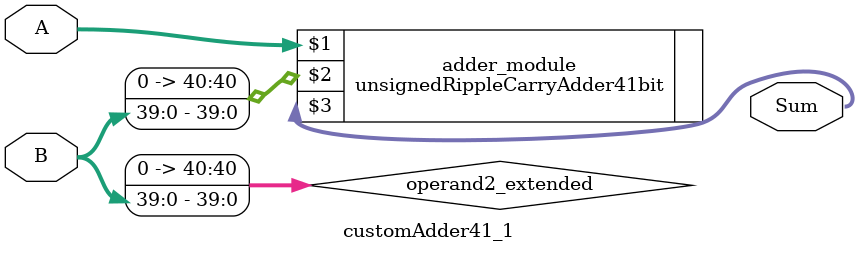
<source format=v>
module customAdder41_1(
                        input [40 : 0] A,
                        input [39 : 0] B,
                        
                        output [41 : 0] Sum
                );

        wire [40 : 0] operand2_extended;
        
        assign operand2_extended =  {1'b0, B};
        
        unsignedRippleCarryAdder41bit adder_module(
            A,
            operand2_extended,
            Sum
        );
        
        endmodule
        
</source>
